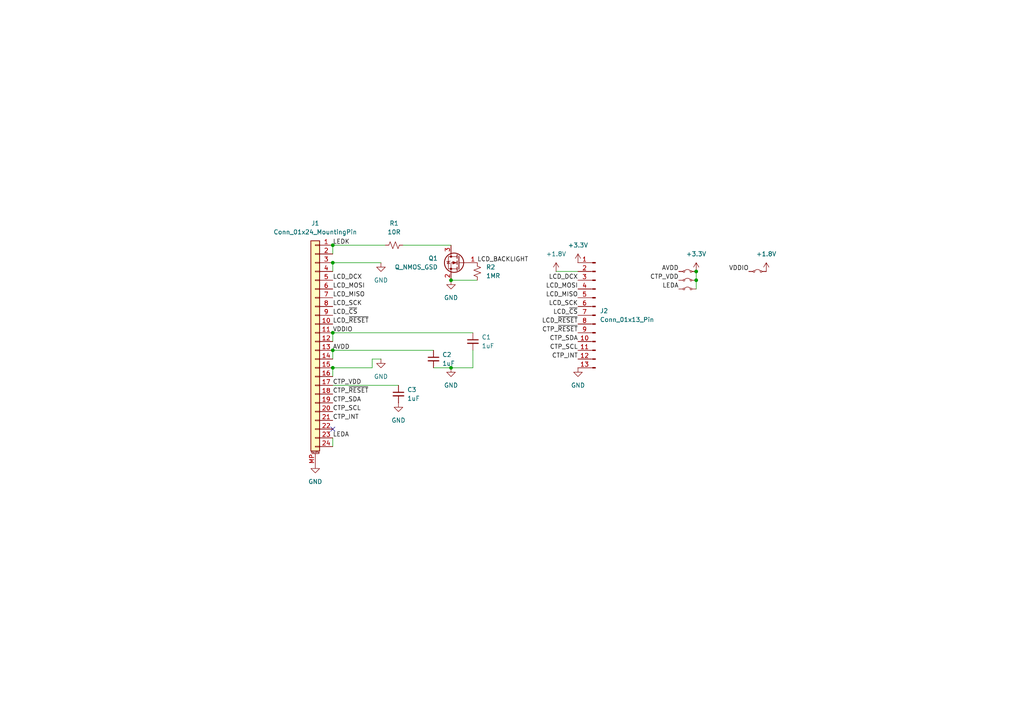
<source format=kicad_sch>
(kicad_sch (version 20231120) (generator "eeschema") (generator_version "8.0")
  (paper "A4")
  (lib_symbols
    (symbol "Connector:Conn_01x13_Pin" (pin_names (offset 1.016) hide)
      (property "Reference" "J" (at 0 17.78 0))
      (property "Value" "Conn_01x13_Pin" (at 0 -17.78 0))
      (symbol "Conn_01x13_Pin_1_1"
        (polyline (pts (xy 1.27 -15.24) (xy 0.8636 -15.24)) (stroke (width 0.1524)))
        (polyline (pts (xy 1.27 -12.7) (xy 0.8636 -12.7)) (stroke (width 0.1524)))
        (polyline (pts (xy 1.27 -10.16) (xy 0.8636 -10.16)) (stroke (width 0.1524)))
        (polyline (pts (xy 1.27 -7.62) (xy 0.8636 -7.62)) (stroke (width 0.1524)))
        (polyline (pts (xy 1.27 -5.08) (xy 0.8636 -5.08)) (stroke (width 0.1524)))
        (polyline (pts (xy 1.27 -2.54) (xy 0.8636 -2.54)) (stroke (width 0.1524)))
        (polyline (pts (xy 1.27 0) (xy 0.8636 0)) (stroke (width 0.1524)))
        (polyline (pts (xy 1.27 2.54) (xy 0.8636 2.54)) (stroke (width 0.1524)))
        (polyline (pts (xy 1.27 5.08) (xy 0.8636 5.08)) (stroke (width 0.1524)))
        (polyline (pts (xy 1.27 7.62) (xy 0.8636 7.62)) (stroke (width 0.1524)))
        (polyline (pts (xy 1.27 10.16) (xy 0.8636 10.16)) (stroke (width 0.1524)))
        (polyline (pts (xy 1.27 12.7) (xy 0.8636 12.7)) (stroke (width 0.1524)))
        (polyline (pts (xy 1.27 15.24) (xy 0.8636 15.24)) (stroke (width 0.1524)))
        (rectangle (start 0.8636 -15.113) (end 0 -15.367) (stroke (width 0.1524)) (fill (type outline)))
        (rectangle (start 0.8636 -12.573) (end 0 -12.827) (stroke (width 0.1524)) (fill (type outline)))
        (rectangle (start 0.8636 -10.033) (end 0 -10.287) (stroke (width 0.1524)) (fill (type outline)))
        (rectangle (start 0.8636 -7.493) (end 0 -7.747) (stroke (width 0.1524)) (fill (type outline)))
        (rectangle (start 0.8636 -4.953) (end 0 -5.207) (stroke (width 0.1524)) (fill (type outline)))
        (rectangle (start 0.8636 -2.413) (end 0 -2.667) (stroke (width 0.1524)) (fill (type outline)))
        (rectangle (start 0.8636 0.127) (end 0 -0.127) (stroke (width 0.1524)) (fill (type outline)))
        (rectangle (start 0.8636 2.667) (end 0 2.413) (stroke (width 0.1524)) (fill (type outline)))
        (rectangle (start 0.8636 5.207) (end 0 4.953) (stroke (width 0.1524)) (fill (type outline)))
        (rectangle (start 0.8636 7.747) (end 0 7.493) (stroke (width 0.1524)) (fill (type outline)))
        (rectangle (start 0.8636 10.287) (end 0 10.033) (stroke (width 0.1524)) (fill (type outline)))
        (rectangle (start 0.8636 12.827) (end 0 12.573) (stroke (width 0.1524)) (fill (type outline)))
        (rectangle (start 0.8636 15.367) (end 0 15.113) (stroke (width 0.1524)) (fill (type outline)))
        (pin passive line (at 5.08 15.24 180) (length 3.81) (name "Pin_1") (number "1"))
        (pin passive line (at 5.08 -7.62 180) (length 3.81) (name "Pin_10") (number "10"))
        (pin passive line (at 5.08 -10.16 180) (length 3.81) (name "Pin_11") (number "11"))
        (pin passive line (at 5.08 -12.7 180) (length 3.81) (name "Pin_12") (number "12"))
        (pin passive line (at 5.08 -15.24 180) (length 3.81) (name "Pin_13") (number "13"))
        (pin passive line (at 5.08 12.7 180) (length 3.81) (name "Pin_2") (number "2"))
        (pin passive line (at 5.08 10.16 180) (length 3.81) (name "Pin_3") (number "3"))
        (pin passive line (at 5.08 7.62 180) (length 3.81) (name "Pin_4") (number "4"))
        (pin passive line (at 5.08 5.08 180) (length 3.81) (name "Pin_5") (number "5"))
        (pin passive line (at 5.08 2.54 180) (length 3.81) (name "Pin_6") (number "6"))
        (pin passive line (at 5.08 0 180) (length 3.81) (name "Pin_7") (number "7"))
        (pin passive line (at 5.08 -2.54 180) (length 3.81) (name "Pin_8") (number "8"))
        (pin passive line (at 5.08 -5.08 180) (length 3.81) (name "Pin_9") (number "9"))
      )
    )
    (symbol "Connector_Generic_MountingPin:Conn_01x24_MountingPin" (pin_names (offset 1.016) hide)
      (property "Reference" "J" (at 0 30.48 0))
      (property "Value" "Conn_01x24_MountingPin" (at 1.27 -33.02 0))
      (symbol "Conn_01x24_MountingPin_1_1"
        (rectangle (start -1.27 -30.353) (end 0 -30.607) (stroke (width 0.1524)))
        (rectangle (start -1.27 -27.813) (end 0 -28.067) (stroke (width 0.1524)))
        (rectangle (start -1.27 -25.273) (end 0 -25.527) (stroke (width 0.1524)))
        (rectangle (start -1.27 -22.733) (end 0 -22.987) (stroke (width 0.1524)))
        (rectangle (start -1.27 -20.193) (end 0 -20.447) (stroke (width 0.1524)))
        (rectangle (start -1.27 -17.653) (end 0 -17.907) (stroke (width 0.1524)))
        (rectangle (start -1.27 -15.113) (end 0 -15.367) (stroke (width 0.1524)))
        (rectangle (start -1.27 -12.573) (end 0 -12.827) (stroke (width 0.1524)))
        (rectangle (start -1.27 -10.033) (end 0 -10.287) (stroke (width 0.1524)))
        (rectangle (start -1.27 -7.493) (end 0 -7.747) (stroke (width 0.1524)))
        (rectangle (start -1.27 -4.953) (end 0 -5.207) (stroke (width 0.1524)))
        (rectangle (start -1.27 -2.413) (end 0 -2.667) (stroke (width 0.1524)))
        (rectangle (start -1.27 0.127) (end 0 -0.127) (stroke (width 0.1524)))
        (rectangle (start -1.27 2.667) (end 0 2.413) (stroke (width 0.1524)))
        (rectangle (start -1.27 5.207) (end 0 4.953) (stroke (width 0.1524)))
        (rectangle (start -1.27 7.747) (end 0 7.493) (stroke (width 0.1524)))
        (rectangle (start -1.27 10.287) (end 0 10.033) (stroke (width 0.1524)))
        (rectangle (start -1.27 12.827) (end 0 12.573) (stroke (width 0.1524)))
        (rectangle (start -1.27 15.367) (end 0 15.113) (stroke (width 0.1524)))
        (rectangle (start -1.27 17.907) (end 0 17.653) (stroke (width 0.1524)))
        (rectangle (start -1.27 20.447) (end 0 20.193) (stroke (width 0.1524)))
        (rectangle (start -1.27 22.987) (end 0 22.733) (stroke (width 0.1524)))
        (rectangle (start -1.27 25.527) (end 0 25.273) (stroke (width 0.1524)))
        (rectangle (start -1.27 28.067) (end 0 27.813) (stroke (width 0.1524)))
        (rectangle (start -1.27 29.21) (end 1.27 -31.75) (stroke (width 0.254)) (fill (type background)))
        (polyline (pts (xy -1.016 -32.512) (xy 1.016 -32.512)) (stroke (width 0.1524)))
        (text "Mounting" (at 0 -32.131 0) (effects (font (size 0.381 0.381))))
        (pin passive line (at -5.08 27.94 0) (length 3.81) (name "Pin_1") (number "1"))
        (pin passive line (at -5.08 5.08 0) (length 3.81) (name "Pin_10") (number "10"))
        (pin passive line (at -5.08 2.54 0) (length 3.81) (name "Pin_11") (number "11"))
        (pin passive line (at -5.08 0 0) (length 3.81) (name "Pin_12") (number "12"))
        (pin passive line (at -5.08 -2.54 0) (length 3.81) (name "Pin_13") (number "13"))
        (pin passive line (at -5.08 -5.08 0) (length 3.81) (name "Pin_14") (number "14"))
        (pin passive line (at -5.08 -7.62 0) (length 3.81) (name "Pin_15") (number "15"))
        (pin passive line (at -5.08 -10.16 0) (length 3.81) (name "Pin_16") (number "16"))
        (pin passive line (at -5.08 -12.7 0) (length 3.81) (name "Pin_17") (number "17"))
        (pin passive line (at -5.08 -15.24 0) (length 3.81) (name "Pin_18") (number "18"))
        (pin passive line (at -5.08 -17.78 0) (length 3.81) (name "Pin_19") (number "19"))
        (pin passive line (at -5.08 25.4 0) (length 3.81) (name "Pin_2") (number "2"))
        (pin passive line (at -5.08 -20.32 0) (length 3.81) (name "Pin_20") (number "20"))
        (pin passive line (at -5.08 -22.86 0) (length 3.81) (name "Pin_21") (number "21"))
        (pin passive line (at -5.08 -25.4 0) (length 3.81) (name "Pin_22") (number "22"))
        (pin passive line (at -5.08 -27.94 0) (length 3.81) (name "Pin_23") (number "23"))
        (pin passive line (at -5.08 -30.48 0) (length 3.81) (name "Pin_24") (number "24"))
        (pin passive line (at -5.08 22.86 0) (length 3.81) (name "Pin_3") (number "3"))
        (pin passive line (at -5.08 20.32 0) (length 3.81) (name "Pin_4") (number "4"))
        (pin passive line (at -5.08 17.78 0) (length 3.81) (name "Pin_5") (number "5"))
        (pin passive line (at -5.08 15.24 0) (length 3.81) (name "Pin_6") (number "6"))
        (pin passive line (at -5.08 12.7 0) (length 3.81) (name "Pin_7") (number "7"))
        (pin passive line (at -5.08 10.16 0) (length 3.81) (name "Pin_8") (number "8"))
        (pin passive line (at -5.08 7.62 0) (length 3.81) (name "Pin_9") (number "9"))
        (pin passive line (at 0 -35.56 90) (length 3.048) (name "MountPin") (number "MP"))
      )
    )
    (symbol "Device:C_Small" (pin_numbers hide) (pin_names (offset 0.254) hide)
      (property "Reference" "C" (at 0.254 1.778 0))
      (property "Value" "C_Small" (at 0.254 -2.032 0))
      (symbol "C_Small_0_1"
        (polyline (pts (xy -1.524 -0.508) (xy 1.524 -0.508)) (stroke (width 0.3302)))
        (polyline (pts (xy -1.524 0.508) (xy 1.524 0.508)) (stroke (width 0.3048)))
      )
      (symbol "C_Small_1_1"
        (pin passive line (at 0 2.54 270) (length 2.032) (name "~") (number "1"))
        (pin passive line (at 0 -2.54 90) (length 2.032) (name "~") (number "2"))
      )
    )
    (symbol "Device:Q_NMOS_GSD" (pin_names (offset 0) hide)
      (property "Reference" "Q" (at 5.08 1.27 0))
      (property "Value" "Q_NMOS_GSD" (at 5.08 -1.27 0))
      (symbol "Q_NMOS_GSD_0_1"
        (polyline (pts (xy 0.254 0) (xy -2.54 0)))
        (polyline (pts (xy 0.254 1.905) (xy 0.254 -1.905)) (stroke (width 0.254)))
        (polyline (pts (xy 0.762 -1.27) (xy 0.762 -2.286)) (stroke (width 0.254)))
        (polyline (pts (xy 0.762 0.508) (xy 0.762 -0.508)) (stroke (width 0.254)))
        (polyline (pts (xy 0.762 2.286) (xy 0.762 1.27)) (stroke (width 0.254)))
        (polyline (pts (xy 2.54 2.54) (xy 2.54 1.778)))
        (polyline (pts (xy 2.54 -2.54) (xy 2.54 0) (xy 0.762 0)))
        (polyline (pts (xy 0.762 -1.778) (xy 3.302 -1.778) (xy 3.302 1.778) (xy 0.762 1.778)))
        (polyline (pts (xy 1.016 0) (xy 2.032 0.381) (xy 2.032 -0.381) (xy 1.016 0)) (fill (type outline)))
        (polyline (pts (xy 2.794 0.508) (xy 2.921 0.381) (xy 3.683 0.381) (xy 3.81 0.254)))
        (polyline (pts (xy 3.302 0.381) (xy 2.921 -0.254) (xy 3.683 -0.254) (xy 3.302 0.381)))
        (circle (center 1.651 0) (radius 2.794) (stroke (width 0.254)))
        (circle (center 2.54 -1.778) (radius 0.254) (fill (type outline)))
        (circle (center 2.54 1.778) (radius 0.254) (fill (type outline)))
      )
      (symbol "Q_NMOS_GSD_1_1"
        (pin input line (at -5.08 0 0) (length 2.54) (name "G") (number "1"))
        (pin passive line (at 2.54 -5.08 90) (length 2.54) (name "S") (number "2"))
        (pin passive line (at 2.54 5.08 270) (length 2.54) (name "D") (number "3"))
      )
    )
    (symbol "Device:R_Small_US" (pin_numbers hide) (pin_names (offset 0.254) hide)
      (property "Reference" "R" (at 0.762 0.508 0))
      (property "Value" "R_Small_US" (at 0.762 -1.016 0))
      (symbol "R_Small_US_1_1"
        (polyline (pts (xy 0 0) (xy 1.016 -0.381) (xy 0 -0.762) (xy -1.016 -1.143) (xy 0 -1.524)))
        (polyline (pts (xy 0 1.524) (xy 1.016 1.143) (xy 0 0.762) (xy -1.016 0.381) (xy 0 0)))
        (pin passive line (at 0 2.54 270) (length 1.016) (name "~") (number "1"))
        (pin passive line (at 0 -2.54 90) (length 1.016) (name "~") (number "2"))
      )
    )
    (symbol "Jumper:Jumper_2_Small_Bridged" (pin_numbers hide) (pin_names (offset 0) hide) (exclude_from_sim yes)
      (property "Reference" "JP" (at 0 2.032 0))
      (property "Value" "Jumper_2_Small_Bridged" (at 0 -2.286 0))
      (symbol "Jumper_2_Small_Bridged_0_0"
        (circle (center -1.016 0) (radius 0.254))
        (circle (center 1.016 0) (radius 0.254))
      )
      (symbol "Jumper_2_Small_Bridged_0_1"
        (arc (start 0.762 0.254) (mid 0 0.5696) (end -0.762 0.254))
      )
      (symbol "Jumper_2_Small_Bridged_1_1"
        (pin passive line (at -2.54 0 0) (length 1.27) (name "A") (number "1"))
        (pin passive line (at 2.54 0 180) (length 1.27) (name "B") (number "2"))
      )
    )
    (symbol "power:+3.3V" (power) (pin_numbers hide) (pin_names (offset 0) hide)
      (property "Value" "+3.3V" (at 0 3.556 0))
      (symbol "+3.3V_0_1"
        (polyline (pts (xy -0.762 1.27) (xy 0 2.54)))
        (polyline (pts (xy 0 0) (xy 0 2.54)))
        (polyline (pts (xy 0 2.54) (xy 0.762 1.27)))
      )
      (symbol "+3.3V_1_1"
        (pin power_in line (at 0 0 90) (length 0) (name "~") (number "1"))
      )
    )
    (symbol "power:GND" (power) (pin_numbers hide) (pin_names (offset 0) hide)
      (property "Value" "GND" (at 0 -3.81 0))
      (symbol "GND_0_1"
        (polyline (pts (xy 0 0) (xy 0 -1.27) (xy 1.27 -1.27) (xy 0 -2.54) (xy -1.27 -1.27) (xy 0 -1.27)))
      )
      (symbol "GND_1_1"
        (pin power_in line (at 0 0 270) (length 0) (name "~") (number "1"))
      )
    )
  )
  (junction (at 201.93 78.74))
  (junction (at 96.52 96.52))
  (junction (at 96.52 71.12))
  (junction (at 130.81 106.68))
  (junction (at 96.52 101.6))
  (junction (at 201.93 81.28))
  (junction (at 96.52 76.2))
  (junction (at 130.81 81.28))
  (junction (at 96.52 106.68))
  (no_connect (at 96.52 124.46))
  (wire (pts (xy 96.52 101.6) (xy 125.73 101.6)))
  (wire (pts (xy 201.93 78.74) (xy 201.93 81.28)))
  (wire (pts (xy 96.52 96.52) (xy 96.52 99.06)))
  (wire (pts (xy 116.84 71.12) (xy 130.81 71.12)))
  (wire (pts (xy 96.52 96.52) (xy 137.16 96.52)))
  (wire (pts (xy 125.73 106.68) (xy 130.81 106.68)))
  (wire (pts (xy 96.52 71.12) (xy 96.52 73.66)))
  (wire (pts (xy 96.52 111.76) (xy 115.57 111.76)))
  (wire (pts (xy 130.81 106.68) (xy 137.16 106.68)))
  (wire (pts (xy 96.52 71.12) (xy 111.76 71.12)))
  (wire (pts (xy 107.95 106.68) (xy 96.52 106.68)))
  (wire (pts (xy 107.95 104.14) (xy 107.95 106.68)))
  (wire (pts (xy 110.49 76.2) (xy 96.52 76.2)))
  (wire (pts (xy 201.93 81.28) (xy 201.93 83.82)))
  (wire (pts (xy 96.52 76.2) (xy 96.52 78.74)))
  (wire (pts (xy 96.52 106.68) (xy 96.52 109.22)))
  (wire (pts (xy 161.29 78.74) (xy 167.64 78.74)))
  (wire (pts (xy 137.16 106.68) (xy 137.16 101.6)))
  (wire (pts (xy 110.49 104.14) (xy 107.95 104.14)))
  (wire (pts (xy 96.52 101.6) (xy 96.52 104.14)))
  (wire (pts (xy 96.52 127) (xy 96.52 129.54)))
  (wire (pts (xy 130.81 81.28) (xy 138.43 81.28)))
  (label "LEDA" (at 96.52 127 0))
  (label "VDDIO" (at 217.17 78.74 180))
  (label "CTP_VDD" (at 96.52 111.76 0))
  (label "LEDA" (at 196.85 83.82 180))
  (label "LCD_MOSI" (at 96.52 83.82 0))
  (label "LCD_~{CS}" (at 167.64 91.44 180))
  (label "CTP_INT" (at 167.64 104.14 180))
  (label "CTP_INT" (at 96.52 121.92 0))
  (label "CTP_~{RESET}" (at 167.64 96.52 180))
  (label "LCD_~{CS}" (at 96.52 91.44 0))
  (label "CTP_SDA" (at 167.64 99.06 180))
  (label "CTP_VDD" (at 196.85 81.28 180))
  (label "LCD_MISO" (at 96.52 86.36 0))
  (label "CTP_SCL" (at 167.64 101.6 180))
  (label "LCD_SCK" (at 167.64 88.9 180))
  (label "LCD_DCX" (at 167.64 81.28 180))
  (label "LCD_MOSI" (at 167.64 83.82 180))
  (label "CTP_~{RESET}" (at 96.52 114.3 0))
  (label "LCD_~{RESET}" (at 96.52 93.98 0))
  (label "LEDK" (at 96.52 71.12 0))
  (label "CTP_SCL" (at 96.52 119.38 0))
  (label "LCD_BACKLIGHT" (at 138.43 76.2 0))
  (label "AVDD" (at 96.52 101.6 0))
  (label "LCD_MISO" (at 167.64 86.36 180))
  (label "LCD_SCK" (at 96.52 88.9 0))
  (label "CTP_SDA" (at 96.52 116.84 0))
  (label "VDDIO" (at 96.52 96.52 0))
  (label "LCD_DCX" (at 96.52 81.28 0))
  (label "LCD_~{RESET}" (at 167.64 93.98 180))
  (label "AVDD" (at 196.85 78.74 180))
  (symbol (lib_id "Connector_Generic_MountingPin:Conn_01x24_MountingPin") (at 91.44 99.06 0) (mirror y) (unit 1)
    (property "Reference" "J1" (at 91.44 64.77 0))
    (property "Value" "Conn_01x24_MountingPin" (at 91.44 67.31 0))
    (property "Footprint" "hlord2000-Connector_YXT:YXT-BB10-24S-02" (effects (hide yes)))
    (property "Description" "Generic connectable mounting pin connector, single row, 01x24, script generated (kicad-library-utils/schlib/autogen/connector/)" (effects (hide yes)))
    (property "LCSC" "C2763965" (effects (hide yes)))
  )
  (symbol (lib_id "Device:R_Small_US") (at 138.43 78.74 0) (unit 1)
    (property "Reference" "R2" (at 140.97 77.4699 0) (effects (justify left)))
    (property "Value" "1MR" (at 140.97 80.0099 0) (effects (justify left)))
    (property "Footprint" "Resistor_SMD:R_0402_1005Metric" (effects (hide yes)))
    (property "Description" "Resistor, small US symbol" (effects (hide yes)))
  )
  (symbol (lib_id "Jumper:Jumper_2_Small_Bridged") (at 199.39 83.82 0) (unit 1) (exclude_from_sim yes)
    (property "Reference" "JP3" (effects (hide yes)))
    (property "Value" "Jumper_2_Small_Bridged" (effects (hide yes)))
    (property "Footprint" "Jumper:SolderJumper-2_P1.3mm_Bridged_Pad1.0x1.5mm" (effects (hide yes)))
    (property "Description" "Jumper, 2-pole, small symbol, bridged" (effects (hide yes)))
  )
  (symbol (lib_id "Device:R_Small_US") (at 114.3 71.12 90) (unit 1)
    (property "Reference" "R1" (at 114.3 64.77 90))
    (property "Value" "10R" (at 114.3 67.31 90))
    (property "Footprint" "Resistor_SMD:R_0603_1608Metric" (effects (hide yes)))
    (property "Description" "Resistor, small US symbol" (effects (hide yes)))
  )
  (symbol (lib_id "Device:C_Small") (at 125.73 104.14 0) (unit 1)
    (property "Reference" "C2" (at 128.27 102.8762 0) (effects (justify left)))
    (property "Value" "1uF" (at 128.27 105.4162 0) (effects (justify left)))
    (property "Footprint" "Capacitor_SMD:C_0402_1005Metric" (effects (hide yes)))
    (property "Description" "Unpolarized capacitor, small symbol" (effects (hide yes)))
  )
  (symbol (lib_id "power:GND") (at 91.44 134.62 0) (unit 1)
    (property "Reference" "#PWR01" (effects (hide yes)))
    (property "Value" "GND" (at 91.44 139.7 0))
    (property "Description" "Power symbol creates a global label with name \"GND\" , ground" (effects (hide yes)))
  )
  (symbol (lib_id "power:+3.3V") (at 222.25 78.74 0) (unit 1)
    (property "Reference" "#PWR07" (effects (hide yes)))
    (property "Value" "+1.8V" (at 222.25 73.66 0))
    (property "Description" "Power symbol creates a global label with name \"+3.3V\"" (effects (hide yes)))
  )
  (symbol (lib_id "power:+3.3V") (at 201.93 78.74 0) (unit 1)
    (property "Reference" "#PWR06" (effects (hide yes)))
    (property "Value" "+3.3V" (at 201.93 73.66 0))
    (property "Description" "Power symbol creates a global label with name \"+3.3V\"" (effects (hide yes)))
  )
  (symbol (lib_id "Device:C_Small") (at 115.57 114.3 0) (unit 1)
    (property "Reference" "C3" (at 118.11 113.0362 0) (effects (justify left)))
    (property "Value" "1uF" (at 118.11 115.5762 0) (effects (justify left)))
    (property "Footprint" "Capacitor_SMD:C_0402_1005Metric" (effects (hide yes)))
    (property "Description" "Unpolarized capacitor, small symbol" (effects (hide yes)))
  )
  (symbol (lib_id "Connector:Conn_01x13_Pin") (at 172.72 91.44 0) (mirror y) (unit 1)
    (property "Reference" "J2" (at 173.99 90.1699 0) (effects (justify right)))
    (property "Value" "Conn_01x13_Pin" (at 173.99 92.7099 0) (effects (justify right)))
    (property "Footprint" "Connector_PinSocket_2.54mm:PinSocket_1x13_P2.54mm_Vertical" (effects (hide yes)))
    (property "Description" "Generic connector, single row, 01x13, script generated" (effects (hide yes)))
  )
  (symbol (lib_id "Jumper:Jumper_2_Small_Bridged") (at 219.71 78.74 0) (unit 1) (exclude_from_sim yes)
    (property "Reference" "JP4" (effects (hide yes)))
    (property "Value" "Jumper_2_Small_Bridged" (effects (hide yes)))
    (property "Footprint" "Jumper:SolderJumper-2_P1.3mm_Bridged_Pad1.0x1.5mm" (effects (hide yes)))
    (property "Description" "Jumper, 2-pole, small symbol, bridged" (effects (hide yes)))
  )
  (symbol (lib_id "power:GND") (at 110.49 104.14 0) (unit 1)
    (property "Reference" "#PWR03" (effects (hide yes)))
    (property "Value" "GND" (at 110.49 109.22 0))
    (property "Description" "Power symbol creates a global label with name \"GND\" , ground" (effects (hide yes)))
  )
  (symbol (lib_id "power:GND") (at 115.57 116.84 0) (unit 1)
    (property "Reference" "#PWR011" (effects (hide yes)))
    (property "Value" "GND" (at 115.57 121.92 0))
    (property "Description" "Power symbol creates a global label with name \"GND\" , ground" (effects (hide yes)))
  )
  (symbol (lib_id "power:+3.3V") (at 161.29 78.74 0) (unit 1)
    (property "Reference" "#PWR09" (effects (hide yes)))
    (property "Value" "+1.8V" (at 161.29 73.66 0))
    (property "Description" "Power symbol creates a global label with name \"+3.3V\"" (effects (hide yes)))
  )
  (symbol (lib_id "Device:C_Small") (at 137.16 99.06 0) (unit 1)
    (property "Reference" "C1" (at 139.7 97.7962 0) (effects (justify left)))
    (property "Value" "1uF" (at 139.7 100.3362 0) (effects (justify left)))
    (property "Footprint" "Capacitor_SMD:C_0402_1005Metric" (effects (hide yes)))
    (property "Description" "Unpolarized capacitor, small symbol" (effects (hide yes)))
  )
  (symbol (lib_id "power:+3.3V") (at 167.64 76.2 0) (unit 1)
    (property "Reference" "#PWR010" (effects (hide yes)))
    (property "Value" "+3.3V" (at 167.64 71.12 0))
    (property "Description" "Power symbol creates a global label with name \"+3.3V\"" (effects (hide yes)))
  )
  (symbol (lib_id "Device:Q_NMOS_GSD") (at 133.35 76.2 0) (mirror y) (unit 1)
    (property "Reference" "Q1" (at 127 74.9299 0) (effects (justify left)))
    (property "Value" "Q_NMOS_GSD" (at 127 77.4699 0) (effects (justify left)))
    (property "Footprint" "Package_TO_SOT_SMD:SOT-23" (effects (hide yes)))
    (property "Description" "N-MOSFET transistor, gate/source/drain" (effects (hide yes)))
  )
  (symbol (lib_id "power:GND") (at 167.64 106.68 0) (unit 1)
    (property "Reference" "#PWR08" (effects (hide yes)))
    (property "Value" "GND" (at 167.64 111.76 0))
    (property "Description" "Power symbol creates a global label with name \"GND\" , ground" (effects (hide yes)))
  )
  (symbol (lib_id "Jumper:Jumper_2_Small_Bridged") (at 199.39 81.28 0) (unit 1) (exclude_from_sim yes)
    (property "Reference" "JP2" (effects (hide yes)))
    (property "Value" "Jumper_2_Small_Bridged" (effects (hide yes)))
    (property "Footprint" "Jumper:SolderJumper-2_P1.3mm_Bridged_Pad1.0x1.5mm" (effects (hide yes)))
    (property "Description" "Jumper, 2-pole, small symbol, bridged" (effects (hide yes)))
  )
  (symbol (lib_id "power:GND") (at 130.81 106.68 0) (unit 1)
    (property "Reference" "#PWR04" (effects (hide yes)))
    (property "Value" "GND" (at 130.81 111.76 0))
    (property "Description" "Power symbol creates a global label with name \"GND\" , ground" (effects (hide yes)))
  )
  (symbol (lib_id "power:GND") (at 110.49 76.2 0) (unit 1)
    (property "Reference" "#PWR02" (effects (hide yes)))
    (property "Value" "GND" (at 110.49 81.28 0))
    (property "Description" "Power symbol creates a global label with name \"GND\" , ground" (effects (hide yes)))
  )
  (symbol (lib_id "power:GND") (at 130.81 81.28 0) (unit 1)
    (property "Reference" "#PWR05" (effects (hide yes)))
    (property "Value" "GND" (at 130.81 86.36 0))
    (property "Description" "Power symbol creates a global label with name \"GND\" , ground" (effects (hide yes)))
  )
  (symbol (lib_id "Jumper:Jumper_2_Small_Bridged") (at 199.39 78.74 0) (unit 1) (exclude_from_sim yes)
    (property "Reference" "JP1" (effects (hide yes)))
    (property "Value" "Jumper_2_Small_Bridged" (effects (hide yes)))
    (property "Footprint" "Jumper:SolderJumper-2_P1.3mm_Bridged_Pad1.0x1.5mm" (effects (hide yes)))
    (property "Description" "Jumper, 2-pole, small symbol, bridged" (effects (hide yes)))
  )
)
</source>
